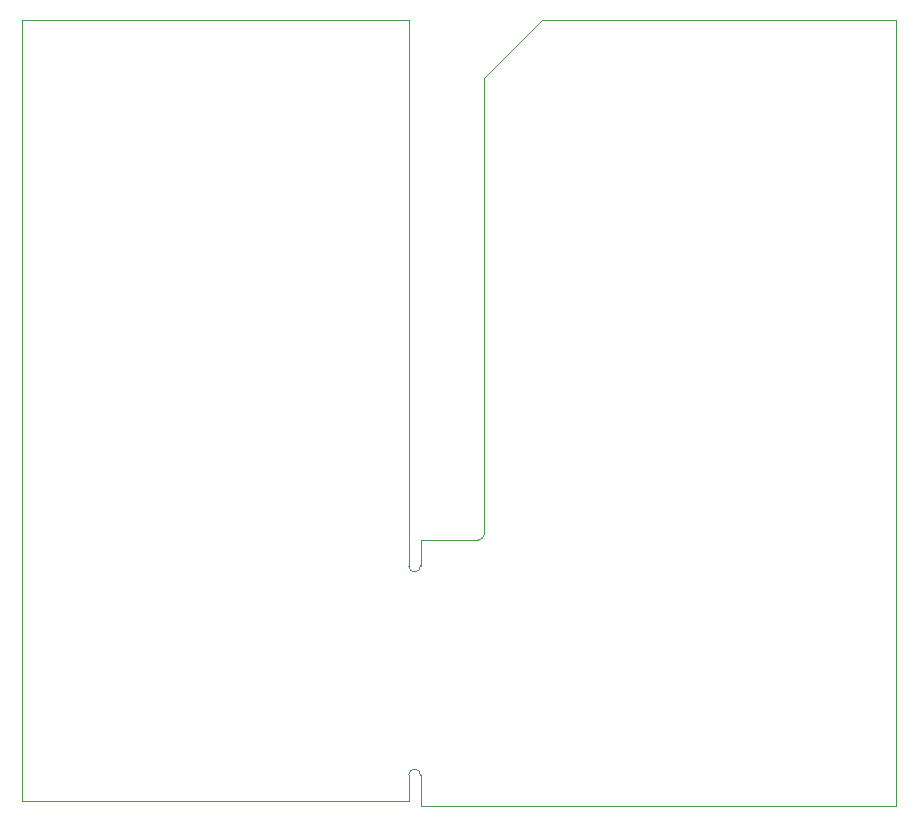
<source format=gbr>
%TF.GenerationSoftware,KiCad,Pcbnew,(7.0.0)*%
%TF.CreationDate,2023-04-05T00:45:08+02:00*%
%TF.ProjectId,TTL_to_HDMI,54544c5f-746f-45f4-9844-4d492e6b6963,4.0*%
%TF.SameCoordinates,Original*%
%TF.FileFunction,Profile,NP*%
%FSLAX46Y46*%
G04 Gerber Fmt 4.6, Leading zero omitted, Abs format (unit mm)*
G04 Created by KiCad (PCBNEW (7.0.0)) date 2023-04-05 00:45:08*
%MOMM*%
%LPD*%
G01*
G04 APERTURE LIST*
%TA.AperFunction,Profile*%
%ADD10C,0.100000*%
%TD*%
G04 APERTURE END LIST*
D10*
X109700000Y-118100000D02*
X109700000Y-115900000D01*
X114600000Y-115900000D02*
X109700000Y-115900000D01*
X120000000Y-71900000D02*
X115100000Y-76800000D01*
X76000000Y-119000000D02*
X76000000Y-71900000D01*
X115100000Y-76800000D02*
X115100000Y-115400000D01*
X108700000Y-135800000D02*
X108700000Y-138000000D01*
X108700000Y-138000000D02*
X76000000Y-138000000D01*
X109700000Y-138400000D02*
X150000000Y-138400000D01*
X109700000Y-135800000D02*
X109700000Y-138400000D01*
X108700000Y-118100000D02*
X108700000Y-71900000D01*
X108700000Y-118100000D02*
G75*
G03*
X109700000Y-118100000I500000J0D01*
G01*
X114600000Y-115900000D02*
G75*
G03*
X115100000Y-115400000I0J500000D01*
G01*
X120000000Y-71900000D02*
X150000000Y-71900000D01*
X108700000Y-71900000D02*
X76000000Y-71900000D01*
X76000000Y-119000000D02*
X76000000Y-138000000D01*
X109700000Y-135800000D02*
G75*
G03*
X108700000Y-135800000I-500000J0D01*
G01*
X150000000Y-71900000D02*
X150000000Y-138400000D01*
M02*

</source>
